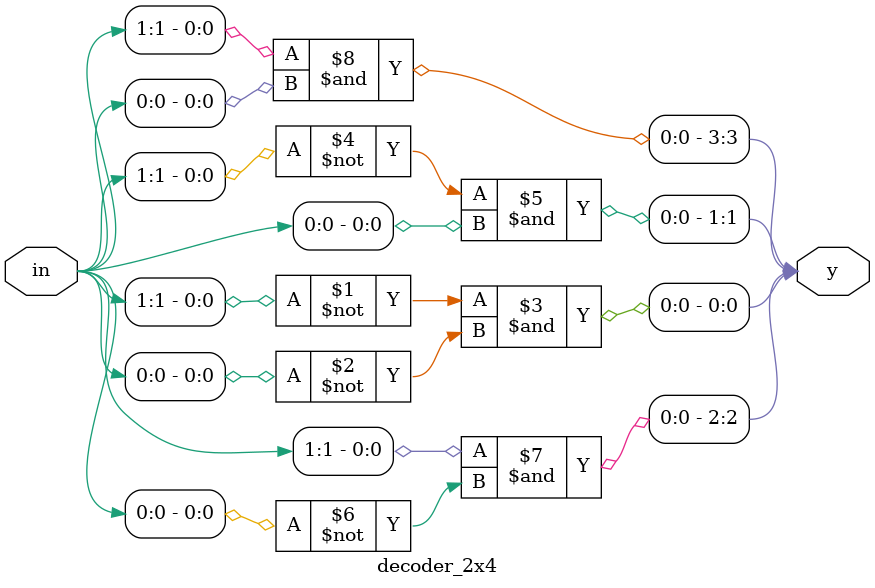
<source format=v>

`timescale 1ns / 1ps

module decoder_2x4(
    input [1:0] in,
    output [3:0] y
    );
    
    assign y[0]=~in[1]&~in[0];
    assign y[1]=~in[1]&in[0];
    assign y[2]=in[1]&~in[0];
    assign y[3]=in[1]&in[0];
    
endmodule

</source>
